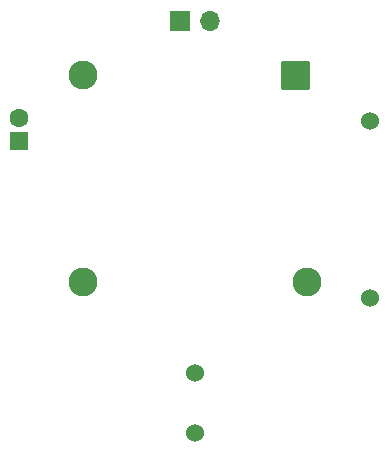
<source format=gts>
%TF.GenerationSoftware,KiCad,Pcbnew,(5.1.9-0-10_14)*%
%TF.CreationDate,2024-01-23T11:46:41+01:00*%
%TF.ProjectId,berker-sensor-acdc,6265726b-6572-42d7-9365-6e736f722d61,rev?*%
%TF.SameCoordinates,Original*%
%TF.FileFunction,Soldermask,Top*%
%TF.FilePolarity,Negative*%
%FSLAX46Y46*%
G04 Gerber Fmt 4.6, Leading zero omitted, Abs format (unit mm)*
G04 Created by KiCad (PCBNEW (5.1.9-0-10_14)) date 2024-01-23 11:46:41*
%MOMM*%
%LPD*%
G01*
G04 APERTURE LIST*
%ADD10C,2.454000*%
%ADD11C,1.524000*%
%ADD12O,1.700000X1.700000*%
%ADD13R,1.700000X1.700000*%
%ADD14C,1.600000*%
%ADD15R,1.600000X1.600000*%
G04 APERTURE END LIST*
D10*
%TO.C,U1*%
X-9500000Y-3750000D03*
X-9500000Y13750000D03*
X9500000Y-3750000D03*
G36*
G01*
X9625000Y12523000D02*
X7375000Y12523000D01*
G75*
G02*
X7273000Y12625000I0J102000D01*
G01*
X7273000Y14875000D01*
G75*
G02*
X7375000Y14977000I102000J0D01*
G01*
X9625000Y14977000D01*
G75*
G02*
X9727000Y14875000I0J-102000D01*
G01*
X9727000Y12625000D01*
G75*
G02*
X9625000Y12523000I-102000J0D01*
G01*
G37*
%TD*%
D11*
%TO.C,F1*%
X0Y-16540000D03*
X0Y-11460000D03*
%TD*%
D12*
%TO.C,J3*%
X1270000Y18400000D03*
D13*
X-1270000Y18400000D03*
%TD*%
D11*
%TO.C,C1*%
X14800000Y9900000D03*
X14800000Y-5100000D03*
%TD*%
D14*
%TO.C,C2*%
X-14950000Y10170000D03*
D15*
X-14950000Y8170000D03*
%TD*%
M02*

</source>
